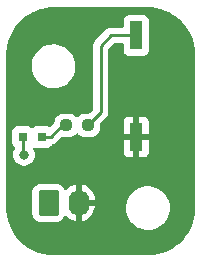
<source format=gbr>
%TF.GenerationSoftware,KiCad,Pcbnew,7.0.1*%
%TF.CreationDate,2023-09-08T00:00:38-05:00*%
%TF.ProjectId,proj1,70726f6a-312e-46b6-9963-61645f706362,1.0*%
%TF.SameCoordinates,Original*%
%TF.FileFunction,Copper,L1,Top*%
%TF.FilePolarity,Positive*%
%FSLAX46Y46*%
G04 Gerber Fmt 4.6, Leading zero omitted, Abs format (unit mm)*
G04 Created by KiCad (PCBNEW 7.0.1) date 2023-09-08 00:00:38*
%MOMM*%
%LPD*%
G01*
G04 APERTURE LIST*
G04 Aperture macros list*
%AMRoundRect*
0 Rectangle with rounded corners*
0 $1 Rounding radius*
0 $2 $3 $4 $5 $6 $7 $8 $9 X,Y pos of 4 corners*
0 Add a 4 corners polygon primitive as box body*
4,1,4,$2,$3,$4,$5,$6,$7,$8,$9,$2,$3,0*
0 Add four circle primitives for the rounded corners*
1,1,$1+$1,$2,$3*
1,1,$1+$1,$4,$5*
1,1,$1+$1,$6,$7*
1,1,$1+$1,$8,$9*
0 Add four rect primitives between the rounded corners*
20,1,$1+$1,$2,$3,$4,$5,0*
20,1,$1+$1,$4,$5,$6,$7,0*
20,1,$1+$1,$6,$7,$8,$9,0*
20,1,$1+$1,$8,$9,$2,$3,0*%
G04 Aperture macros list end*
%TA.AperFunction,SMDPad,CuDef*%
%ADD10RoundRect,0.237500X0.250000X0.237500X-0.250000X0.237500X-0.250000X-0.237500X0.250000X-0.237500X0*%
%TD*%
%TA.AperFunction,SMDPad,CuDef*%
%ADD11R,0.800000X0.800000*%
%TD*%
%TA.AperFunction,SMDPad,CuDef*%
%ADD12R,1.120000X2.440000*%
%TD*%
%TA.AperFunction,ComponentPad*%
%ADD13RoundRect,0.250000X-0.620000X-0.845000X0.620000X-0.845000X0.620000X0.845000X-0.620000X0.845000X0*%
%TD*%
%TA.AperFunction,ComponentPad*%
%ADD14O,1.740000X2.190000*%
%TD*%
%TA.AperFunction,ViaPad*%
%ADD15C,0.800000*%
%TD*%
%TA.AperFunction,Conductor*%
%ADD16C,0.250000*%
%TD*%
G04 APERTURE END LIST*
D10*
%TO.P,R1,1*%
%TO.N,Net-(R1-Pad1)*%
X111912500Y-76000000D03*
%TO.P,R1,2*%
%TO.N,Net-(D1-A)*%
X110087500Y-76000000D03*
%TD*%
D11*
%TO.P,D1,1,K*%
%TO.N,GND*%
X106400000Y-76993750D03*
%TO.P,D1,2,A*%
%TO.N,Net-(D1-A)*%
X108000000Y-76993750D03*
%TD*%
D12*
%TO.P,SW1,1,1*%
%TO.N,+3V3*%
X116000000Y-76993750D03*
%TO.P,SW1,2,2*%
%TO.N,Net-(R1-Pad1)*%
X116000000Y-68383750D03*
%TD*%
D13*
%TO.P,J1,1,Pin_1*%
%TO.N,GND*%
X108585000Y-82550000D03*
D14*
%TO.P,J1,2,Pin_2*%
%TO.N,+3V3*%
X111125000Y-82550000D03*
%TD*%
D15*
%TO.N,GND*%
X106500000Y-78500000D03*
%TD*%
D16*
%TO.N,GND*%
X106400000Y-76993750D02*
X106400000Y-78400000D01*
X106400000Y-78400000D02*
X106500000Y-78500000D01*
%TO.N,Net-(D1-A)*%
X109750000Y-76000000D02*
X108756250Y-76993750D01*
X108756250Y-76993750D02*
X108000000Y-76993750D01*
X110087500Y-76000000D02*
X109750000Y-76000000D01*
%TO.N,Net-(R1-Pad1)*%
X116000000Y-68383750D02*
X113866250Y-68383750D01*
X113000000Y-74912500D02*
X111912500Y-76000000D01*
X113000000Y-69250000D02*
X113000000Y-74912500D01*
X113866250Y-68383750D02*
X113000000Y-69250000D01*
%TD*%
%TA.AperFunction,Conductor*%
%TO.N,+3V3*%
G36*
X117002854Y-66000632D02*
G01*
X117018811Y-66001369D01*
X117173088Y-66008502D01*
X117369795Y-66018166D01*
X117380787Y-66019201D01*
X117562876Y-66044601D01*
X117563781Y-66044732D01*
X117747261Y-66071949D01*
X117757413Y-66073892D01*
X117938614Y-66116510D01*
X117940023Y-66116852D01*
X118117874Y-66161401D01*
X118127091Y-66164096D01*
X118304478Y-66223550D01*
X118306618Y-66224292D01*
X118478220Y-66285692D01*
X118486519Y-66289004D01*
X118657980Y-66364712D01*
X118660909Y-66366051D01*
X118747263Y-66406892D01*
X118825119Y-66443715D01*
X118832411Y-66447465D01*
X118929135Y-66501341D01*
X118996435Y-66538827D01*
X118999810Y-66540777D01*
X119155371Y-66634017D01*
X119161670Y-66638058D01*
X119316699Y-66744256D01*
X119320459Y-66746935D01*
X119466009Y-66854882D01*
X119471305Y-66859040D01*
X119616009Y-66979200D01*
X119619947Y-66982617D01*
X119754206Y-67104303D01*
X119758590Y-67108478D01*
X119891520Y-67241408D01*
X119895698Y-67245795D01*
X120017375Y-67380045D01*
X120020805Y-67383998D01*
X120140951Y-67528684D01*
X120145124Y-67534000D01*
X120253041Y-67679509D01*
X120255742Y-67683299D01*
X120361940Y-67838328D01*
X120365992Y-67844645D01*
X120402933Y-67906277D01*
X120459200Y-68000153D01*
X120461171Y-68003563D01*
X120552525Y-68167573D01*
X120556291Y-68174896D01*
X120633947Y-68339089D01*
X120635286Y-68342018D01*
X120710994Y-68513479D01*
X120714311Y-68521791D01*
X120775666Y-68693265D01*
X120776487Y-68695634D01*
X120835894Y-68872881D01*
X120838606Y-68882157D01*
X120883104Y-69059803D01*
X120883526Y-69061543D01*
X120926101Y-69242562D01*
X120928053Y-69252758D01*
X120955257Y-69436156D01*
X120955410Y-69437218D01*
X120980794Y-69619184D01*
X120981834Y-69630232D01*
X120991512Y-69827238D01*
X120991529Y-69827595D01*
X120999368Y-69997145D01*
X120999500Y-70002872D01*
X120999500Y-82997128D01*
X120999368Y-83002855D01*
X120991529Y-83172404D01*
X120991512Y-83172761D01*
X120981834Y-83369766D01*
X120980794Y-83380814D01*
X120955410Y-83562780D01*
X120955257Y-83563842D01*
X120928053Y-83747240D01*
X120926101Y-83757436D01*
X120883526Y-83938455D01*
X120883104Y-83940195D01*
X120838606Y-84117841D01*
X120835894Y-84127117D01*
X120776487Y-84304364D01*
X120775666Y-84306733D01*
X120714311Y-84478207D01*
X120710994Y-84486519D01*
X120635286Y-84657980D01*
X120633947Y-84660909D01*
X120556291Y-84825102D01*
X120552525Y-84832425D01*
X120461171Y-84996435D01*
X120459200Y-84999845D01*
X120365999Y-85155342D01*
X120361940Y-85161670D01*
X120255742Y-85316699D01*
X120253041Y-85320489D01*
X120145135Y-85465984D01*
X120140935Y-85471334D01*
X120020851Y-85615947D01*
X120017331Y-85620004D01*
X119895717Y-85754183D01*
X119891520Y-85758590D01*
X119758590Y-85891520D01*
X119754183Y-85895717D01*
X119620004Y-86017331D01*
X119615947Y-86020851D01*
X119471334Y-86140935D01*
X119465984Y-86145135D01*
X119320489Y-86253041D01*
X119316699Y-86255742D01*
X119161670Y-86361940D01*
X119155342Y-86365999D01*
X118999845Y-86459200D01*
X118996435Y-86461171D01*
X118832425Y-86552525D01*
X118825102Y-86556291D01*
X118660909Y-86633947D01*
X118657980Y-86635286D01*
X118486519Y-86710994D01*
X118478207Y-86714311D01*
X118306733Y-86775666D01*
X118304364Y-86776487D01*
X118127117Y-86835894D01*
X118117841Y-86838606D01*
X117940195Y-86883104D01*
X117938455Y-86883526D01*
X117757436Y-86926101D01*
X117747240Y-86928053D01*
X117563842Y-86955257D01*
X117562780Y-86955410D01*
X117380814Y-86980794D01*
X117369766Y-86981834D01*
X117172931Y-86991503D01*
X117172575Y-86991520D01*
X117007393Y-86999158D01*
X117002854Y-86999368D01*
X116997128Y-86999500D01*
X109002872Y-86999500D01*
X108997145Y-86999368D01*
X108992305Y-86999144D01*
X108827423Y-86991520D01*
X108827067Y-86991503D01*
X108630232Y-86981834D01*
X108619184Y-86980794D01*
X108437218Y-86955410D01*
X108436156Y-86955257D01*
X108252758Y-86928053D01*
X108242562Y-86926101D01*
X108061543Y-86883526D01*
X108059803Y-86883104D01*
X107882157Y-86838606D01*
X107872881Y-86835894D01*
X107695634Y-86776487D01*
X107693265Y-86775666D01*
X107521791Y-86714311D01*
X107513479Y-86710994D01*
X107342018Y-86635286D01*
X107339089Y-86633947D01*
X107174896Y-86556291D01*
X107167573Y-86552525D01*
X107003563Y-86461171D01*
X107000153Y-86459200D01*
X106980648Y-86447509D01*
X106844645Y-86365992D01*
X106838328Y-86361940D01*
X106683299Y-86255742D01*
X106679509Y-86253041D01*
X106534000Y-86145124D01*
X106528684Y-86140951D01*
X106383998Y-86020805D01*
X106380045Y-86017375D01*
X106245795Y-85895698D01*
X106241408Y-85891520D01*
X106108478Y-85758590D01*
X106104303Y-85754206D01*
X105982617Y-85619947D01*
X105979200Y-85616009D01*
X105859040Y-85471305D01*
X105854882Y-85466009D01*
X105746935Y-85320459D01*
X105744256Y-85316699D01*
X105638058Y-85161670D01*
X105634017Y-85155371D01*
X105540777Y-84999810D01*
X105538827Y-84996435D01*
X105457541Y-84850500D01*
X105447465Y-84832411D01*
X105443715Y-84825119D01*
X105375086Y-84680013D01*
X105366051Y-84660909D01*
X105364712Y-84657980D01*
X105289004Y-84486519D01*
X105285692Y-84478220D01*
X105224292Y-84306618D01*
X105223550Y-84304478D01*
X105164096Y-84127091D01*
X105161401Y-84117874D01*
X105116852Y-83940023D01*
X105116510Y-83938614D01*
X105073892Y-83757413D01*
X105071949Y-83747261D01*
X105044732Y-83563781D01*
X105044588Y-83562780D01*
X105028234Y-83445544D01*
X107206500Y-83445544D01*
X107217112Y-83549425D01*
X107268909Y-83705740D01*
X107272885Y-83717738D01*
X107291082Y-83747240D01*
X107365971Y-83868654D01*
X107491345Y-83994028D01*
X107491347Y-83994029D01*
X107491348Y-83994030D01*
X107642262Y-84087115D01*
X107726417Y-84115000D01*
X107810573Y-84142887D01*
X107820202Y-84143870D01*
X107914455Y-84153500D01*
X109255544Y-84153499D01*
X109359426Y-84142887D01*
X109527738Y-84087115D01*
X109678652Y-83994030D01*
X109804030Y-83868652D01*
X109897115Y-83717738D01*
X109897116Y-83717733D01*
X109904514Y-83705740D01*
X109943983Y-83665904D01*
X109996965Y-83647529D01*
X110052623Y-83654372D01*
X110099575Y-83685035D01*
X110216602Y-83807139D01*
X110404101Y-83945812D01*
X110612339Y-84050803D01*
X110835326Y-84119092D01*
X110875000Y-84124172D01*
X110875000Y-82800000D01*
X111375000Y-82800000D01*
X111375000Y-84122575D01*
X111527621Y-84089682D01*
X111744005Y-84002732D01*
X111942594Y-83880456D01*
X112117657Y-83726381D01*
X112264160Y-83544942D01*
X112377896Y-83341344D01*
X112455588Y-83121455D01*
X112464794Y-83067764D01*
X115145787Y-83067764D01*
X115175413Y-83337016D01*
X115209998Y-83469304D01*
X115243928Y-83599088D01*
X115306886Y-83747240D01*
X115349871Y-83848392D01*
X115490982Y-84079611D01*
X115580253Y-84186881D01*
X115664255Y-84287820D01*
X115865998Y-84468582D01*
X116091910Y-84618044D01*
X116177101Y-84657980D01*
X116337177Y-84733021D01*
X116596562Y-84811058D01*
X116596569Y-84811060D01*
X116864561Y-84850500D01*
X117067631Y-84850500D01*
X117067634Y-84850500D01*
X117270156Y-84835677D01*
X117317552Y-84825119D01*
X117534553Y-84776780D01*
X117787558Y-84680014D01*
X118023777Y-84547441D01*
X118238177Y-84381888D01*
X118426186Y-84186881D01*
X118583799Y-83966579D01*
X118707656Y-83725675D01*
X118795118Y-83469305D01*
X118844319Y-83202933D01*
X118854212Y-82932235D01*
X118824586Y-82662982D01*
X118756072Y-82400912D01*
X118650130Y-82151610D01*
X118509018Y-81920390D01*
X118509017Y-81920388D01*
X118335746Y-81712181D01*
X118230758Y-81618112D01*
X118134002Y-81531418D01*
X117908090Y-81381956D01*
X117908086Y-81381954D01*
X117662822Y-81266978D01*
X117403437Y-81188941D01*
X117403431Y-81188940D01*
X117135439Y-81149500D01*
X116932369Y-81149500D01*
X116932366Y-81149500D01*
X116729843Y-81164322D01*
X116465449Y-81223219D01*
X116212441Y-81319986D01*
X115976223Y-81452559D01*
X115761825Y-81618109D01*
X115573813Y-81813120D01*
X115416201Y-82033420D01*
X115292342Y-82274329D01*
X115204881Y-82530695D01*
X115155680Y-82797066D01*
X115145787Y-83067764D01*
X112464794Y-83067764D01*
X112495000Y-82891606D01*
X112495000Y-82800000D01*
X111375000Y-82800000D01*
X110875000Y-82800000D01*
X110875000Y-80977424D01*
X110722378Y-81010317D01*
X110505994Y-81097267D01*
X110307405Y-81219543D01*
X110132343Y-81373617D01*
X110106012Y-81406227D01*
X110059431Y-81441845D01*
X110001693Y-81452078D01*
X109945709Y-81434637D01*
X109903998Y-81393423D01*
X109897116Y-81382265D01*
X109897115Y-81382262D01*
X109804030Y-81231348D01*
X109804029Y-81231347D01*
X109804028Y-81231345D01*
X109678654Y-81105971D01*
X109527736Y-81012884D01*
X109415905Y-80975827D01*
X111375000Y-80975827D01*
X111375000Y-82300000D01*
X112495000Y-82300000D01*
X112495000Y-82266802D01*
X112480176Y-82092635D01*
X112421410Y-81866945D01*
X112325353Y-81654442D01*
X112194763Y-81461227D01*
X112033396Y-81292860D01*
X111845898Y-81154187D01*
X111637660Y-81049196D01*
X111414673Y-80980907D01*
X111375000Y-80975827D01*
X109415905Y-80975827D01*
X109359426Y-80957112D01*
X109265173Y-80947483D01*
X109255544Y-80946500D01*
X107914455Y-80946500D01*
X107810574Y-80957112D01*
X107642263Y-81012884D01*
X107491345Y-81105971D01*
X107365971Y-81231345D01*
X107272884Y-81382263D01*
X107217112Y-81550573D01*
X107206500Y-81654455D01*
X107206500Y-83445544D01*
X105028234Y-83445544D01*
X105019201Y-83380787D01*
X105018166Y-83369795D01*
X105008480Y-83172611D01*
X105000632Y-83002854D01*
X105000500Y-82997128D01*
X105000500Y-77442384D01*
X105491500Y-77442384D01*
X105498011Y-77502955D01*
X105549110Y-77639953D01*
X105636738Y-77757011D01*
X105716810Y-77816952D01*
X105753384Y-77860714D01*
X105766500Y-77916219D01*
X105766500Y-77920235D01*
X105749887Y-77982235D01*
X105665472Y-78128443D01*
X105606458Y-78310070D01*
X105586496Y-78500000D01*
X105606458Y-78689929D01*
X105665472Y-78871556D01*
X105760957Y-79036941D01*
X105760960Y-79036944D01*
X105888747Y-79178866D01*
X106043248Y-79291118D01*
X106217714Y-79368795D01*
X106404511Y-79408500D01*
X106404513Y-79408500D01*
X106595487Y-79408500D01*
X106595489Y-79408500D01*
X106782285Y-79368795D01*
X106782286Y-79368794D01*
X106782288Y-79368794D01*
X106956752Y-79291118D01*
X107111253Y-79178866D01*
X107239040Y-79036944D01*
X107334527Y-78871556D01*
X107393542Y-78689928D01*
X107413504Y-78500000D01*
X107393542Y-78310072D01*
X107334527Y-78128444D01*
X107334527Y-78128443D01*
X107292885Y-78056318D01*
X107276341Y-77998449D01*
X107288995Y-77939606D01*
X107327866Y-77893654D01*
X107383796Y-77871418D01*
X107443606Y-77878136D01*
X107490799Y-77895739D01*
X107551362Y-77902250D01*
X108448634Y-77902250D01*
X108448638Y-77902250D01*
X108509201Y-77895739D01*
X108509203Y-77895738D01*
X108509205Y-77895738D01*
X108587124Y-77866674D01*
X108646204Y-77844639D01*
X108763261Y-77757011D01*
X108835588Y-77660392D01*
X108872497Y-77627526D01*
X108900503Y-77618049D01*
X108900480Y-77617991D01*
X108915044Y-77612224D01*
X108915047Y-77612224D01*
X108956256Y-77595907D01*
X108967287Y-77592130D01*
X109009843Y-77579768D01*
X109027410Y-77569378D01*
X109044882Y-77560818D01*
X109063867Y-77553302D01*
X109099725Y-77527248D01*
X109109473Y-77520846D01*
X109147612Y-77498292D01*
X109162050Y-77483853D01*
X109176838Y-77471222D01*
X109193357Y-77459222D01*
X109221609Y-77425069D01*
X109229453Y-77416449D01*
X109402152Y-77243750D01*
X114940000Y-77243750D01*
X114940000Y-78261574D01*
X114946402Y-78321125D01*
X114996647Y-78455839D01*
X115082811Y-78570938D01*
X115197910Y-78657102D01*
X115332624Y-78707347D01*
X115392176Y-78713750D01*
X115750000Y-78713750D01*
X115750000Y-77243750D01*
X116250000Y-77243750D01*
X116250000Y-78713750D01*
X116607824Y-78713750D01*
X116667375Y-78707347D01*
X116802089Y-78657102D01*
X116917188Y-78570938D01*
X117003352Y-78455839D01*
X117053597Y-78321125D01*
X117060000Y-78261574D01*
X117060000Y-77243750D01*
X116250000Y-77243750D01*
X115750000Y-77243750D01*
X114940000Y-77243750D01*
X109402152Y-77243750D01*
X109632362Y-77013541D01*
X109678479Y-76984397D01*
X109732642Y-76977866D01*
X109787787Y-76983500D01*
X110387212Y-76983499D01*
X110489381Y-76973062D01*
X110654920Y-76918209D01*
X110803346Y-76826658D01*
X110803347Y-76826656D01*
X110912319Y-76717686D01*
X110967906Y-76685592D01*
X111032094Y-76685592D01*
X111087681Y-76717686D01*
X111196651Y-76826656D01*
X111196653Y-76826657D01*
X111196654Y-76826658D01*
X111345080Y-76918209D01*
X111510619Y-76973062D01*
X111612787Y-76983500D01*
X112212212Y-76983499D01*
X112314381Y-76973062D01*
X112479920Y-76918209D01*
X112628346Y-76826658D01*
X112711254Y-76743750D01*
X114940000Y-76743750D01*
X115750000Y-76743750D01*
X115750000Y-75273750D01*
X116250000Y-75273750D01*
X116250000Y-76743750D01*
X117060000Y-76743750D01*
X117060000Y-75725926D01*
X117053597Y-75666374D01*
X117003352Y-75531660D01*
X116917188Y-75416561D01*
X116802089Y-75330397D01*
X116667375Y-75280152D01*
X116607824Y-75273750D01*
X116250000Y-75273750D01*
X115750000Y-75273750D01*
X115392176Y-75273750D01*
X115332624Y-75280152D01*
X115197910Y-75330397D01*
X115082811Y-75416561D01*
X114996647Y-75531660D01*
X114946402Y-75666374D01*
X114940000Y-75725926D01*
X114940000Y-76743750D01*
X112711254Y-76743750D01*
X112751658Y-76703346D01*
X112843209Y-76554920D01*
X112898062Y-76389381D01*
X112908500Y-76287213D01*
X112908499Y-75951264D01*
X112917938Y-75903812D01*
X112944815Y-75863587D01*
X113388816Y-75419586D01*
X113405097Y-75406544D01*
X113407014Y-75404502D01*
X113407018Y-75404500D01*
X113453706Y-75354779D01*
X113456323Y-75352079D01*
X113476134Y-75332270D01*
X113478672Y-75328997D01*
X113486241Y-75320134D01*
X113516586Y-75287821D01*
X113526422Y-75269927D01*
X113537102Y-75253668D01*
X113549613Y-75237541D01*
X113567211Y-75196872D01*
X113572341Y-75186400D01*
X113593695Y-75147560D01*
X113598772Y-75127782D01*
X113605072Y-75109382D01*
X113613181Y-75090645D01*
X113620112Y-75046876D01*
X113622478Y-75035453D01*
X113633500Y-74992530D01*
X113633500Y-74972116D01*
X113635027Y-74952717D01*
X113635102Y-74952240D01*
X113638220Y-74932557D01*
X113634050Y-74888443D01*
X113633500Y-74876774D01*
X113633500Y-69563766D01*
X113642939Y-69516313D01*
X113669819Y-69476085D01*
X114092335Y-69053569D01*
X114132563Y-69026689D01*
X114180016Y-69017250D01*
X114807500Y-69017250D01*
X114869500Y-69033863D01*
X114914887Y-69079250D01*
X114931500Y-69141250D01*
X114931500Y-69652384D01*
X114938011Y-69712955D01*
X114989110Y-69849953D01*
X115076738Y-69967011D01*
X115193796Y-70054639D01*
X115330794Y-70105738D01*
X115330797Y-70105738D01*
X115330799Y-70105739D01*
X115391362Y-70112250D01*
X116608634Y-70112250D01*
X116608638Y-70112250D01*
X116669201Y-70105739D01*
X116669203Y-70105738D01*
X116669205Y-70105738D01*
X116747124Y-70076674D01*
X116806204Y-70054639D01*
X116923261Y-69967011D01*
X117010889Y-69849954D01*
X117061989Y-69712951D01*
X117068500Y-69652388D01*
X117068500Y-67115112D01*
X117061989Y-67054549D01*
X117061988Y-67054547D01*
X117061988Y-67054544D01*
X117010889Y-66917546D01*
X116923261Y-66800488D01*
X116806203Y-66712860D01*
X116669205Y-66661761D01*
X116638919Y-66658505D01*
X116608638Y-66655250D01*
X115391362Y-66655250D01*
X115364445Y-66658143D01*
X115330794Y-66661761D01*
X115193796Y-66712860D01*
X115076738Y-66800488D01*
X114989110Y-66917546D01*
X114938011Y-67054544D01*
X114934393Y-67088195D01*
X114932214Y-67108478D01*
X114931500Y-67115116D01*
X114931500Y-67626250D01*
X114914887Y-67688250D01*
X114869500Y-67733637D01*
X114807500Y-67750250D01*
X113949878Y-67750250D01*
X113929142Y-67747961D01*
X113926341Y-67748049D01*
X113858251Y-67750189D01*
X113854356Y-67750250D01*
X113826394Y-67750250D01*
X113822282Y-67750769D01*
X113810651Y-67751684D01*
X113766360Y-67753076D01*
X113746757Y-67758772D01*
X113727706Y-67762717D01*
X113707453Y-67765275D01*
X113666258Y-67781585D01*
X113655212Y-67785366D01*
X113612655Y-67797731D01*
X113595077Y-67808126D01*
X113577610Y-67816683D01*
X113558634Y-67824196D01*
X113522794Y-67850235D01*
X113513036Y-67856645D01*
X113474887Y-67879207D01*
X113460446Y-67893648D01*
X113445659Y-67906277D01*
X113429142Y-67918278D01*
X113400902Y-67952413D01*
X113393042Y-67961051D01*
X112611180Y-68742913D01*
X112594896Y-68755961D01*
X112546339Y-68807668D01*
X112543633Y-68810461D01*
X112523861Y-68830233D01*
X112521321Y-68833508D01*
X112513752Y-68842369D01*
X112483414Y-68874677D01*
X112473582Y-68892563D01*
X112462901Y-68908823D01*
X112450385Y-68924959D01*
X112432786Y-68965628D01*
X112427648Y-68976117D01*
X112406303Y-69014943D01*
X112401226Y-69034718D01*
X112394925Y-69053123D01*
X112386818Y-69071856D01*
X112379888Y-69115610D01*
X112377520Y-69127046D01*
X112366500Y-69169970D01*
X112366500Y-69190384D01*
X112364973Y-69209783D01*
X112361780Y-69229941D01*
X112365950Y-69274057D01*
X112366500Y-69285726D01*
X112366500Y-74598733D01*
X112357061Y-74646186D01*
X112330183Y-74686411D01*
X112084037Y-74932557D01*
X112036412Y-74980182D01*
X111996184Y-75007061D01*
X111948731Y-75016500D01*
X111612787Y-75016500D01*
X111510618Y-75026937D01*
X111345082Y-75081790D01*
X111196651Y-75173343D01*
X111087681Y-75282314D01*
X111032094Y-75314408D01*
X110967906Y-75314408D01*
X110912319Y-75282314D01*
X110803348Y-75173343D01*
X110714163Y-75118333D01*
X110654920Y-75081791D01*
X110654917Y-75081790D01*
X110489382Y-75026938D01*
X110438296Y-75021718D01*
X110387212Y-75016500D01*
X109787787Y-75016500D01*
X109685618Y-75026937D01*
X109520082Y-75081790D01*
X109371651Y-75173343D01*
X109248343Y-75296651D01*
X109156790Y-75445082D01*
X109101938Y-75610617D01*
X109090858Y-75719072D01*
X109089958Y-75718980D01*
X109082061Y-75758686D01*
X109055181Y-75798914D01*
X108749917Y-76104177D01*
X108711048Y-76130484D01*
X108665186Y-76140461D01*
X108618903Y-76132678D01*
X108509201Y-76091761D01*
X108448638Y-76085250D01*
X107551362Y-76085250D01*
X107524445Y-76088143D01*
X107490794Y-76091761D01*
X107353796Y-76142860D01*
X107274310Y-76202363D01*
X107226358Y-76224262D01*
X107173642Y-76224262D01*
X107125690Y-76202363D01*
X107046203Y-76142860D01*
X106909205Y-76091761D01*
X106878919Y-76088505D01*
X106848638Y-76085250D01*
X105951362Y-76085250D01*
X105924445Y-76088143D01*
X105890794Y-76091761D01*
X105753796Y-76142860D01*
X105636738Y-76230488D01*
X105549110Y-76347546D01*
X105498011Y-76484544D01*
X105491500Y-76545116D01*
X105491500Y-77442384D01*
X105000500Y-77442384D01*
X105000500Y-71067764D01*
X107145787Y-71067764D01*
X107175413Y-71337016D01*
X107243928Y-71599087D01*
X107349871Y-71848392D01*
X107490982Y-72079611D01*
X107580253Y-72186881D01*
X107664255Y-72287820D01*
X107865998Y-72468582D01*
X108091910Y-72618044D01*
X108198211Y-72667875D01*
X108337177Y-72733021D01*
X108596562Y-72811058D01*
X108596569Y-72811060D01*
X108864561Y-72850500D01*
X109067631Y-72850500D01*
X109067634Y-72850500D01*
X109270156Y-72835677D01*
X109270155Y-72835677D01*
X109534553Y-72776780D01*
X109787558Y-72680014D01*
X110023777Y-72547441D01*
X110238177Y-72381888D01*
X110426186Y-72186881D01*
X110583799Y-71966579D01*
X110707656Y-71725675D01*
X110795118Y-71469305D01*
X110844319Y-71202933D01*
X110854212Y-70932235D01*
X110824586Y-70662982D01*
X110756072Y-70400912D01*
X110650130Y-70151610D01*
X110557909Y-70000500D01*
X110509017Y-69920388D01*
X110335746Y-69712181D01*
X110244249Y-69630200D01*
X110134002Y-69531418D01*
X109908090Y-69381956D01*
X109908086Y-69381954D01*
X109662822Y-69266978D01*
X109403437Y-69188941D01*
X109403431Y-69188940D01*
X109135439Y-69149500D01*
X108932369Y-69149500D01*
X108932366Y-69149500D01*
X108729843Y-69164322D01*
X108465449Y-69223219D01*
X108212441Y-69319986D01*
X107976223Y-69452559D01*
X107761825Y-69618109D01*
X107573813Y-69813120D01*
X107416201Y-70033420D01*
X107292342Y-70274329D01*
X107204881Y-70530695D01*
X107155680Y-70797066D01*
X107145787Y-71067764D01*
X105000500Y-71067764D01*
X105000500Y-70002872D01*
X105000632Y-69997146D01*
X105002025Y-69967011D01*
X105008490Y-69827168D01*
X105018166Y-69630200D01*
X105019200Y-69619217D01*
X105044611Y-69437054D01*
X105044722Y-69436286D01*
X105071950Y-69252729D01*
X105073890Y-69242595D01*
X105116526Y-69061318D01*
X105116837Y-69060037D01*
X105161405Y-68882111D01*
X105164091Y-68872922D01*
X105223572Y-68695457D01*
X105224270Y-68693442D01*
X105285699Y-68521759D01*
X105288996Y-68513497D01*
X105364713Y-68342015D01*
X105366051Y-68339089D01*
X105443727Y-68174855D01*
X105447452Y-68167612D01*
X105538864Y-68003497D01*
X105540745Y-68000243D01*
X105634036Y-67844598D01*
X105638034Y-67838363D01*
X105744270Y-67683278D01*
X105746899Y-67679590D01*
X105854909Y-67533954D01*
X105859011Y-67528728D01*
X105979239Y-67383944D01*
X105982577Y-67380097D01*
X106104340Y-67245752D01*
X106108437Y-67241450D01*
X106241450Y-67108437D01*
X106245752Y-67104340D01*
X106380097Y-66982577D01*
X106383944Y-66979239D01*
X106528728Y-66859011D01*
X106533954Y-66854909D01*
X106679590Y-66746899D01*
X106683278Y-66744270D01*
X106838363Y-66638034D01*
X106844598Y-66634036D01*
X107000243Y-66540745D01*
X107003497Y-66538864D01*
X107167612Y-66447452D01*
X107174855Y-66443727D01*
X107339098Y-66366046D01*
X107342018Y-66364712D01*
X107406007Y-66336458D01*
X107513497Y-66288996D01*
X107521759Y-66285699D01*
X107693442Y-66224270D01*
X107695457Y-66223572D01*
X107872922Y-66164091D01*
X107882111Y-66161405D01*
X108060037Y-66116837D01*
X108061318Y-66116526D01*
X108242595Y-66073890D01*
X108252729Y-66071950D01*
X108436286Y-66044722D01*
X108437054Y-66044611D01*
X108619217Y-66019200D01*
X108630200Y-66018166D01*
X108826898Y-66008502D01*
X108991674Y-66000884D01*
X108997146Y-66000632D01*
X109002872Y-66000500D01*
X116997128Y-66000500D01*
X117002854Y-66000632D01*
G37*
%TD.AperFunction*%
%TD*%
M02*

</source>
